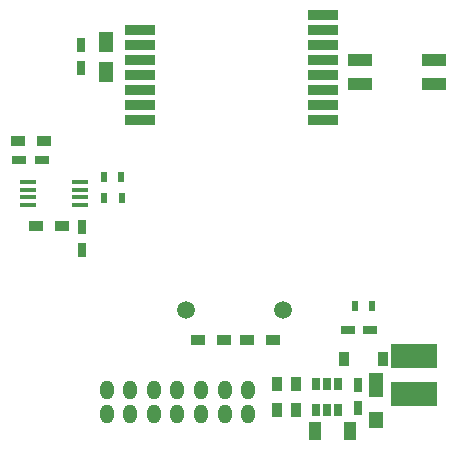
<source format=gts>
G04 #@! TF.GenerationSoftware,KiCad,Pcbnew,no-vcs-found-e0b9a21~60~ubuntu15.04.1*
G04 #@! TF.CreationDate,2017-10-17T01:04:49+03:00*
G04 #@! TF.ProjectId,livolo_1_channel_1way_eu_switch,6C69766F6C6F5F315F6368616E6E656C,rev?*
G04 #@! TF.SameCoordinates,Original*
G04 #@! TF.FileFunction,Soldermask,Top*
G04 #@! TF.FilePolarity,Negative*
%FSLAX46Y46*%
G04 Gerber Fmt 4.6, Leading zero omitted, Abs format (unit mm)*
G04 Created by KiCad (PCBNEW no-vcs-found-e0b9a21~60~ubuntu15.04.1) date Tue Oct 17 01:04:49 2017*
%MOMM*%
%LPD*%
G01*
G04 APERTURE LIST*
%ADD10O,1.200000X1.600000*%
%ADD11R,2.000000X1.000000*%
%ADD12R,2.500000X0.812800*%
%ADD13R,4.000000X2.000000*%
%ADD14R,1.200000X2.000000*%
%ADD15R,1.200000X1.400000*%
%ADD16R,0.900000X1.200000*%
%ADD17R,0.650000X1.060000*%
%ADD18C,1.500000*%
%ADD19R,1.200000X0.750000*%
%ADD20R,0.750000X1.200000*%
%ADD21R,1.200000X0.900000*%
%ADD22R,0.500000X0.900000*%
%ADD23R,1.260000X1.750000*%
%ADD24R,1.000000X1.600000*%
%ADD25R,1.450000X0.450000*%
G04 APERTURE END LIST*
D10*
X143650000Y-107550000D03*
X143650000Y-109550000D03*
X141650000Y-107550000D03*
X141650000Y-109550000D03*
X139650000Y-107550000D03*
X139650000Y-109550000D03*
X137650000Y-107550000D03*
X137650000Y-109550000D03*
X135650000Y-107550000D03*
X135650000Y-109550000D03*
X133650000Y-107550000D03*
X133650000Y-109550000D03*
X131650000Y-107550000D03*
X131650000Y-109550000D03*
D11*
X159400000Y-81600000D03*
X153150000Y-81600000D03*
X159400000Y-79600000D03*
X153150000Y-79600000D03*
D12*
X134500000Y-84710000D03*
X149946000Y-84710000D03*
X134500000Y-83440000D03*
X149946000Y-83440000D03*
X134500000Y-82170000D03*
X149946000Y-82170000D03*
X134500000Y-80900000D03*
X149946000Y-80900000D03*
X134500000Y-79630000D03*
X149946000Y-79630000D03*
X134500000Y-78360000D03*
X149946000Y-78360000D03*
X134500000Y-77090000D03*
X149946000Y-77090000D03*
X149946000Y-75820000D03*
D13*
X157700000Y-104650000D03*
X157700000Y-107900000D03*
D14*
X154500000Y-107100000D03*
D15*
X154500000Y-110100000D03*
D16*
X146100000Y-107000000D03*
X146100000Y-109200000D03*
D17*
X150300000Y-109200000D03*
X151250000Y-109200000D03*
X149350000Y-109200000D03*
X149350000Y-107000000D03*
X150300000Y-107000000D03*
X151250000Y-107000000D03*
D18*
X146600000Y-100800000D03*
X138400000Y-100800000D03*
D19*
X153950000Y-102500000D03*
X152050000Y-102500000D03*
D20*
X152900000Y-109050000D03*
X152900000Y-107150000D03*
D16*
X155050000Y-104900000D03*
X151750000Y-104900000D03*
X147700000Y-109200000D03*
X147700000Y-107000000D03*
D21*
X139400000Y-103300000D03*
X141600000Y-103300000D03*
X145700000Y-103300000D03*
X143500000Y-103300000D03*
D22*
X152650000Y-100400000D03*
X154150000Y-100400000D03*
D23*
X131600000Y-78075000D03*
X131600000Y-80625000D03*
D20*
X129500000Y-80250000D03*
X129500000Y-78350000D03*
D24*
X152300000Y-111000000D03*
X149300000Y-111000000D03*
D20*
X129600000Y-95650000D03*
X129600000Y-93750000D03*
D19*
X126150000Y-88100000D03*
X124250000Y-88100000D03*
D22*
X131400000Y-89500000D03*
X132900000Y-89500000D03*
X132950000Y-91300000D03*
X131450000Y-91300000D03*
D21*
X127900000Y-93700000D03*
X125700000Y-93700000D03*
X126350000Y-86500000D03*
X124150000Y-86500000D03*
D25*
X125000000Y-91875000D03*
X125000000Y-91225000D03*
X125000000Y-90575000D03*
X125000000Y-89925000D03*
X129400000Y-89925000D03*
X129400000Y-90575000D03*
X129400000Y-91225000D03*
X129400000Y-91875000D03*
M02*

</source>
